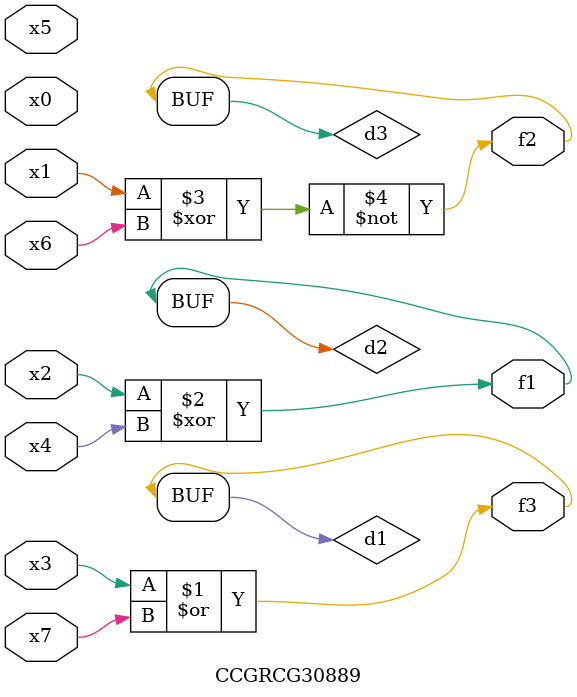
<source format=v>
module CCGRCG30889(
	input x0, x1, x2, x3, x4, x5, x6, x7,
	output f1, f2, f3
);

	wire d1, d2, d3;

	or (d1, x3, x7);
	xor (d2, x2, x4);
	xnor (d3, x1, x6);
	assign f1 = d2;
	assign f2 = d3;
	assign f3 = d1;
endmodule

</source>
